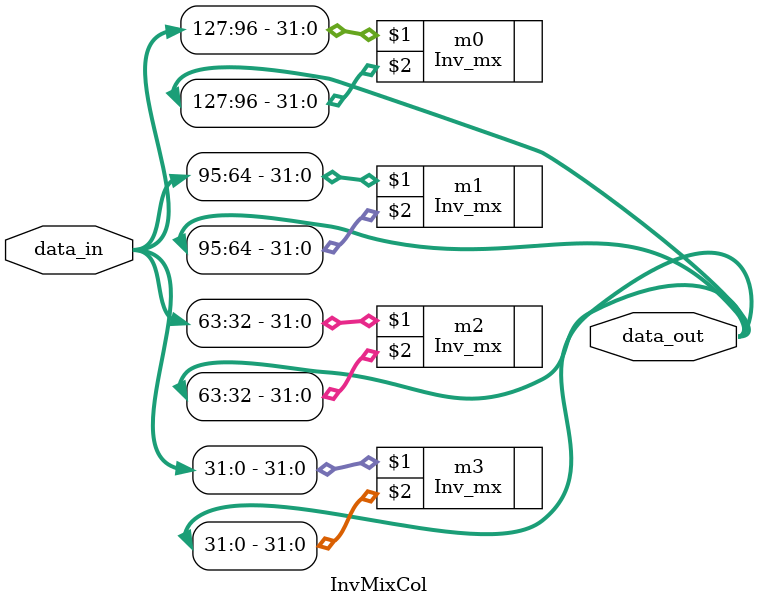
<source format=v>
module InvMixCol (data_in,data_out);

input [127:0] data_in;
output wire [127:0] data_out;

Inv_mx m0(data_in[127-:32],data_out[127-:32]);
Inv_mx m1(data_in[95-:32],data_out[95-:32]);
Inv_mx m2(data_in[63-:32],data_out[63-:32]);
Inv_mx m3(data_in[31-:32],data_out[31-:32]);


endmodule
</source>
